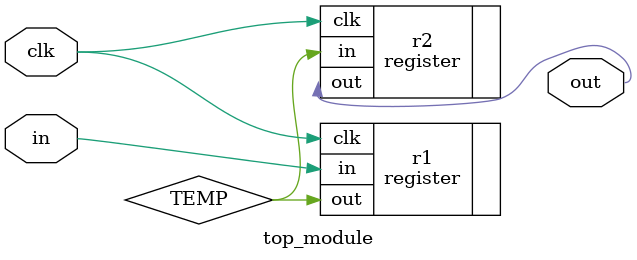
<source format=v>
`timescale 1ns / 1ps
module top_module(
    input in,
    input clk,
    output out
    );
	 
	 wire TEMP;
	 
	 register r1(.in(in), .out(TEMP), .clk(clk));
	 register r2(.in(TEMP), .out(out), .clk(clk));


endmodule

</source>
